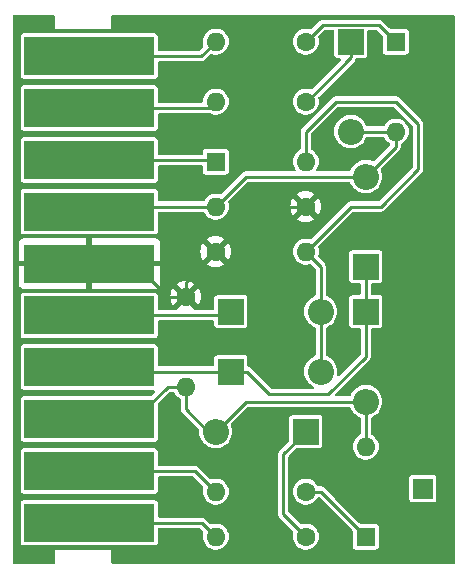
<source format=gbr>
G04 #@! TF.GenerationSoftware,KiCad,Pcbnew,8.0.1*
G04 #@! TF.CreationDate,2024-06-18T21:42:57-04:00*
G04 #@! TF.ProjectId,OdysseyDaughterCardGateMatrix,4f647973-7365-4794-9461-756768746572,1.1*
G04 #@! TF.SameCoordinates,Original*
G04 #@! TF.FileFunction,Copper,L2,Bot*
G04 #@! TF.FilePolarity,Positive*
%FSLAX46Y46*%
G04 Gerber Fmt 4.6, Leading zero omitted, Abs format (unit mm)*
G04 Created by KiCad (PCBNEW 8.0.1) date 2024-06-18 21:42:57*
%MOMM*%
%LPD*%
G01*
G04 APERTURE LIST*
G04 #@! TA.AperFunction,SMDPad,CuDef*
%ADD10R,11.000000X3.250000*%
G04 #@! TD*
G04 #@! TA.AperFunction,ComponentPad*
%ADD11R,2.200000X2.200000*%
G04 #@! TD*
G04 #@! TA.AperFunction,ComponentPad*
%ADD12O,2.200000X2.200000*%
G04 #@! TD*
G04 #@! TA.AperFunction,ComponentPad*
%ADD13R,1.600000X1.600000*%
G04 #@! TD*
G04 #@! TA.AperFunction,ComponentPad*
%ADD14O,1.600000X1.600000*%
G04 #@! TD*
G04 #@! TA.AperFunction,ComponentPad*
%ADD15C,1.600000*%
G04 #@! TD*
G04 #@! TA.AperFunction,ComponentPad*
%ADD16R,1.700000X1.700000*%
G04 #@! TD*
G04 #@! TA.AperFunction,Conductor*
%ADD17C,0.250000*%
G04 #@! TD*
G04 APERTURE END LIST*
D10*
X129000000Y-120749992D03*
X129000000Y-116361104D03*
X129000000Y-111972216D03*
X129000000Y-107583328D03*
X129000000Y-103194440D03*
X129000000Y-98805552D03*
X129000000Y-94416664D03*
X129000000Y-90027776D03*
X129000000Y-85638888D03*
X129000000Y-81250000D03*
D11*
X151130000Y-80010000D03*
D12*
X151130000Y-87630000D03*
D13*
X152400000Y-121920000D03*
D14*
X152400000Y-114300000D03*
D13*
X154940000Y-80010000D03*
D14*
X154940000Y-87630000D03*
D11*
X140970000Y-107950000D03*
D12*
X148590000Y-107950000D03*
D11*
X152400000Y-99060000D03*
D12*
X152400000Y-91440000D03*
D11*
X152400000Y-102870000D03*
D12*
X152400000Y-110490000D03*
D13*
X139700000Y-90170000D03*
D14*
X147320000Y-90170000D03*
D15*
X147320000Y-121920000D03*
D14*
X139700000Y-121920000D03*
D15*
X147320000Y-85090000D03*
D14*
X139700000Y-85090000D03*
D15*
X147320000Y-118110000D03*
D14*
X139700000Y-118110000D03*
D15*
X147320000Y-80010000D03*
D14*
X139700000Y-80010000D03*
D15*
X139700000Y-97790000D03*
D14*
X147320000Y-97790000D03*
D15*
X147320000Y-93980000D03*
D14*
X139700000Y-93980000D03*
D15*
X137160000Y-101600000D03*
D14*
X137160000Y-109220000D03*
D11*
X147320000Y-113030000D03*
D12*
X139700000Y-113030000D03*
D11*
X140970000Y-102870000D03*
D12*
X148590000Y-102870000D03*
D16*
X157226000Y-117856000D03*
D17*
X152400000Y-91440000D02*
X142240000Y-91440000D01*
X142240000Y-91440000D02*
X139700000Y-93980000D01*
X147320000Y-90170000D02*
X147320000Y-87630000D01*
X147320000Y-87630000D02*
X149860000Y-85090000D01*
X149860000Y-85090000D02*
X154940000Y-85090000D01*
X154940000Y-85090000D02*
X156845000Y-86995000D01*
X153670000Y-93980000D02*
X151130000Y-93980000D01*
X156845000Y-86995000D02*
X156845000Y-90805000D01*
X156845000Y-90805000D02*
X153670000Y-93980000D01*
X151130000Y-93980000D02*
X147320000Y-97790000D01*
X145415000Y-114935000D02*
X147320000Y-113030000D01*
X145415000Y-120015000D02*
X145415000Y-114935000D01*
X147320000Y-121920000D02*
X145415000Y-120015000D01*
X129000000Y-111972216D02*
X132875000Y-111972216D01*
X137160000Y-111125000D02*
X139065000Y-113030000D01*
X152400000Y-112045634D02*
X152400000Y-114300000D01*
X137160000Y-109220000D02*
X137160000Y-111125000D01*
X142240000Y-110490000D02*
X150844366Y-110490000D01*
X152400000Y-110490000D02*
X152400000Y-112045634D01*
X139065000Y-113030000D02*
X139700000Y-113030000D01*
X136028630Y-109220000D02*
X137160000Y-109220000D01*
X132875000Y-111972216D02*
X135627216Y-109220000D01*
X150844366Y-110490000D02*
X152400000Y-110490000D01*
X135627216Y-109220000D02*
X136028630Y-109220000D01*
X139700000Y-113030000D02*
X142240000Y-110490000D01*
X139700000Y-93980000D02*
X129436664Y-93980000D01*
X154940000Y-87630000D02*
X154940000Y-88900000D01*
X154940000Y-88900000D02*
X152400000Y-91440000D01*
X154940000Y-87630000D02*
X151130000Y-87630000D01*
X129436664Y-93980000D02*
X129000000Y-94416664D01*
X151130000Y-80010000D02*
X151130000Y-81360000D01*
X151130000Y-81360000D02*
X147400000Y-85090000D01*
X147400000Y-85090000D02*
X147320000Y-85090000D01*
X148590000Y-118110000D02*
X152400000Y-121920000D01*
X147320000Y-118110000D02*
X148590000Y-118110000D01*
X148745001Y-78584999D02*
X153514999Y-78584999D01*
X147320000Y-80010000D02*
X148745001Y-78584999D01*
X153514999Y-78584999D02*
X154940000Y-80010000D01*
X149225000Y-109855000D02*
X152400000Y-106680000D01*
X152400000Y-104220000D02*
X152400000Y-102870000D01*
X142320000Y-107950000D02*
X144225000Y-109855000D01*
X152400000Y-102870000D02*
X152400000Y-99060000D01*
X144225000Y-109855000D02*
X149225000Y-109855000D01*
X140970000Y-107950000D02*
X129366672Y-107950000D01*
X129366672Y-107950000D02*
X129000000Y-107583328D01*
X152400000Y-106680000D02*
X152400000Y-104220000D01*
X140970000Y-107950000D02*
X142320000Y-107950000D01*
X147320000Y-97790000D02*
X148590000Y-99060000D01*
X148590000Y-99060000D02*
X148590000Y-102870000D01*
X148590000Y-102870000D02*
X148590000Y-107950000D01*
X129000000Y-90027776D02*
X139557776Y-90027776D01*
X139557776Y-90027776D02*
X139700000Y-90170000D01*
X140645560Y-103194440D02*
X140970000Y-102870000D01*
X129000000Y-103194440D02*
X140645560Y-103194440D01*
X138529992Y-120749992D02*
X139700000Y-121920000D01*
X129000000Y-120749992D02*
X138529992Y-120749992D01*
X129000000Y-85638888D02*
X139151112Y-85638888D01*
X139151112Y-85638888D02*
X139700000Y-85090000D01*
X137951104Y-116361104D02*
X139700000Y-118110000D01*
X129000000Y-116361104D02*
X137951104Y-116361104D01*
X129000000Y-81250000D02*
X138460000Y-81250000D01*
X138460000Y-81250000D02*
X139700000Y-80010000D01*
X143510000Y-93980000D02*
X147320000Y-93980000D01*
X137160000Y-100330000D02*
X139700000Y-97790000D01*
X139700000Y-97790000D02*
X143510000Y-93980000D01*
X137160000Y-101600000D02*
X137160000Y-100330000D01*
X136028630Y-101600000D02*
X137160000Y-101600000D01*
X135669448Y-101600000D02*
X136028630Y-101600000D01*
X132875000Y-98805552D02*
X135669448Y-101600000D01*
X129000000Y-98805552D02*
X132875000Y-98805552D01*
G04 #@! TA.AperFunction,Conductor*
G36*
X126042539Y-77795185D02*
G01*
X126088294Y-77847989D01*
X126099500Y-77899500D01*
X126099500Y-78884982D01*
X126099500Y-78915018D01*
X126110994Y-78942767D01*
X126132233Y-78964006D01*
X126159982Y-78975500D01*
X126159984Y-78975500D01*
X130790016Y-78975500D01*
X130790018Y-78975500D01*
X130817767Y-78964006D01*
X130839006Y-78942767D01*
X130850500Y-78915018D01*
X130850500Y-77899500D01*
X130870185Y-77832461D01*
X130922989Y-77786706D01*
X130974500Y-77775500D01*
X159820500Y-77775500D01*
X159887539Y-77795185D01*
X159933294Y-77847989D01*
X159944500Y-77899500D01*
X159944500Y-124100500D01*
X159924815Y-124167539D01*
X159872011Y-124213294D01*
X159820500Y-124224500D01*
X130974500Y-124224500D01*
X130907461Y-124204815D01*
X130861706Y-124152011D01*
X130850500Y-124100500D01*
X130850500Y-123084983D01*
X130850500Y-123084982D01*
X130839006Y-123057233D01*
X130817767Y-123035994D01*
X130790018Y-123024500D01*
X126190018Y-123024500D01*
X126159982Y-123024500D01*
X126132231Y-123035995D01*
X126110995Y-123057231D01*
X126099500Y-123084982D01*
X126099500Y-124100500D01*
X126079815Y-124167539D01*
X126027011Y-124213294D01*
X125975500Y-124224500D01*
X122624500Y-124224500D01*
X122557461Y-124204815D01*
X122511706Y-124152011D01*
X122500500Y-124100500D01*
X122500500Y-122419848D01*
X123199500Y-122419848D01*
X123199502Y-122419874D01*
X123202413Y-122444979D01*
X123202415Y-122444983D01*
X123247793Y-122547756D01*
X123247794Y-122547757D01*
X123327235Y-122627198D01*
X123430009Y-122672577D01*
X123455135Y-122675492D01*
X134544864Y-122675491D01*
X134544879Y-122675489D01*
X134544882Y-122675489D01*
X134569987Y-122672578D01*
X134569988Y-122672577D01*
X134569991Y-122672577D01*
X134672765Y-122627198D01*
X134752206Y-122547757D01*
X134797585Y-122444983D01*
X134800500Y-122419857D01*
X134800500Y-121299492D01*
X134820185Y-121232453D01*
X134872989Y-121186698D01*
X134924500Y-121175492D01*
X138302382Y-121175492D01*
X138369421Y-121195177D01*
X138390063Y-121211811D01*
X138624443Y-121446191D01*
X138657928Y-121507514D01*
X138656029Y-121567806D01*
X138613602Y-121716921D01*
X138594785Y-121919999D01*
X138594785Y-121920000D01*
X138613602Y-122123082D01*
X138669417Y-122319247D01*
X138669422Y-122319260D01*
X138760327Y-122501821D01*
X138883237Y-122664581D01*
X139033958Y-122801980D01*
X139033960Y-122801982D01*
X139133141Y-122863392D01*
X139207363Y-122909348D01*
X139397544Y-122983024D01*
X139598024Y-123020500D01*
X139598026Y-123020500D01*
X139801974Y-123020500D01*
X139801976Y-123020500D01*
X140002456Y-122983024D01*
X140192637Y-122909348D01*
X140366041Y-122801981D01*
X140516764Y-122664579D01*
X140639673Y-122501821D01*
X140730582Y-122319250D01*
X140786397Y-122123083D01*
X140805215Y-121920000D01*
X140786397Y-121716917D01*
X140730582Y-121520750D01*
X140723991Y-121507514D01*
X140681036Y-121421248D01*
X140639673Y-121338179D01*
X140559833Y-121232453D01*
X140516762Y-121175418D01*
X140366041Y-121038019D01*
X140366039Y-121038017D01*
X140192642Y-120930655D01*
X140192635Y-120930651D01*
X140056715Y-120877996D01*
X140002456Y-120856976D01*
X139801976Y-120819500D01*
X139598024Y-120819500D01*
X139497784Y-120838238D01*
X139397542Y-120856976D01*
X139397540Y-120856977D01*
X139358409Y-120872136D01*
X139288786Y-120877996D01*
X139227046Y-120845285D01*
X139225937Y-120844189D01*
X138791257Y-120409509D01*
X138791255Y-120409507D01*
X138694229Y-120353489D01*
X138586010Y-120324492D01*
X138586009Y-120324492D01*
X134924499Y-120324492D01*
X134857460Y-120304807D01*
X134811705Y-120252003D01*
X134800499Y-120200492D01*
X134800499Y-120071018D01*
X144989500Y-120071018D01*
X145018497Y-120179237D01*
X145074515Y-120276263D01*
X145074517Y-120276265D01*
X146244443Y-121446191D01*
X146277928Y-121507514D01*
X146276029Y-121567806D01*
X146233602Y-121716921D01*
X146214785Y-121919999D01*
X146214785Y-121920000D01*
X146233602Y-122123082D01*
X146289417Y-122319247D01*
X146289422Y-122319260D01*
X146380327Y-122501821D01*
X146503237Y-122664581D01*
X146653958Y-122801980D01*
X146653960Y-122801982D01*
X146753141Y-122863392D01*
X146827363Y-122909348D01*
X147017544Y-122983024D01*
X147218024Y-123020500D01*
X147218026Y-123020500D01*
X147421974Y-123020500D01*
X147421976Y-123020500D01*
X147622456Y-122983024D01*
X147812637Y-122909348D01*
X147986041Y-122801981D01*
X148136764Y-122664579D01*
X148259673Y-122501821D01*
X148350582Y-122319250D01*
X148406397Y-122123083D01*
X148425215Y-121920000D01*
X148406397Y-121716917D01*
X148350582Y-121520750D01*
X148343991Y-121507514D01*
X148301036Y-121421248D01*
X148259673Y-121338179D01*
X148179833Y-121232453D01*
X148136762Y-121175418D01*
X147986041Y-121038019D01*
X147986039Y-121038017D01*
X147812642Y-120930655D01*
X147812635Y-120930651D01*
X147676715Y-120877996D01*
X147622456Y-120856976D01*
X147421976Y-120819500D01*
X147218024Y-120819500D01*
X147117784Y-120838238D01*
X147017542Y-120856976D01*
X147017540Y-120856977D01*
X146978409Y-120872136D01*
X146908786Y-120877996D01*
X146847046Y-120845285D01*
X146845937Y-120844189D01*
X145876819Y-119875071D01*
X145843334Y-119813748D01*
X145840500Y-119787390D01*
X145840500Y-118110000D01*
X146214785Y-118110000D01*
X146233602Y-118313082D01*
X146289417Y-118509247D01*
X146289422Y-118509260D01*
X146380327Y-118691821D01*
X146503237Y-118854581D01*
X146653958Y-118991980D01*
X146653960Y-118991982D01*
X146677403Y-119006497D01*
X146827363Y-119099348D01*
X147017544Y-119173024D01*
X147218024Y-119210500D01*
X147218026Y-119210500D01*
X147421974Y-119210500D01*
X147421976Y-119210500D01*
X147622456Y-119173024D01*
X147812637Y-119099348D01*
X147986041Y-118991981D01*
X148136764Y-118854579D01*
X148259673Y-118691821D01*
X148286036Y-118638875D01*
X148333537Y-118587639D01*
X148401199Y-118570216D01*
X148467540Y-118592140D01*
X148484717Y-118606465D01*
X151263181Y-121384929D01*
X151296666Y-121446252D01*
X151299500Y-121472610D01*
X151299500Y-122764856D01*
X151299502Y-122764882D01*
X151302413Y-122789987D01*
X151302415Y-122789991D01*
X151347793Y-122892764D01*
X151347794Y-122892765D01*
X151427235Y-122972206D01*
X151530009Y-123017585D01*
X151555135Y-123020500D01*
X153244864Y-123020499D01*
X153244879Y-123020497D01*
X153244882Y-123020497D01*
X153269987Y-123017586D01*
X153269988Y-123017585D01*
X153269991Y-123017585D01*
X153372765Y-122972206D01*
X153452206Y-122892765D01*
X153497585Y-122789991D01*
X153500500Y-122764865D01*
X153500499Y-121075136D01*
X153500497Y-121075117D01*
X153497586Y-121050012D01*
X153497585Y-121050010D01*
X153497585Y-121050009D01*
X153452206Y-120947235D01*
X153372765Y-120867794D01*
X153348267Y-120856977D01*
X153269992Y-120822415D01*
X153244868Y-120819500D01*
X153244865Y-120819500D01*
X151952610Y-120819500D01*
X151885571Y-120799815D01*
X151864929Y-120783181D01*
X149832604Y-118750856D01*
X156075500Y-118750856D01*
X156075502Y-118750882D01*
X156078413Y-118775987D01*
X156078415Y-118775991D01*
X156123793Y-118878764D01*
X156123794Y-118878765D01*
X156203235Y-118958206D01*
X156306009Y-119003585D01*
X156331135Y-119006500D01*
X158120864Y-119006499D01*
X158120879Y-119006497D01*
X158120882Y-119006497D01*
X158145987Y-119003586D01*
X158145988Y-119003585D01*
X158145991Y-119003585D01*
X158248765Y-118958206D01*
X158328206Y-118878765D01*
X158373585Y-118775991D01*
X158376500Y-118750865D01*
X158376499Y-116961136D01*
X158376497Y-116961117D01*
X158373586Y-116936012D01*
X158373585Y-116936010D01*
X158373585Y-116936009D01*
X158328206Y-116833235D01*
X158248765Y-116753794D01*
X158248763Y-116753793D01*
X158145992Y-116708415D01*
X158120865Y-116705500D01*
X156331143Y-116705500D01*
X156331117Y-116705502D01*
X156306012Y-116708413D01*
X156306008Y-116708415D01*
X156203235Y-116753793D01*
X156123794Y-116833234D01*
X156078415Y-116936006D01*
X156078415Y-116936008D01*
X156075500Y-116961131D01*
X156075500Y-118750856D01*
X149832604Y-118750856D01*
X148851265Y-117769517D01*
X148851263Y-117769515D01*
X148754237Y-117713497D01*
X148646018Y-117684500D01*
X148646017Y-117684500D01*
X148414288Y-117684500D01*
X148347249Y-117664815D01*
X148303289Y-117615774D01*
X148259673Y-117528179D01*
X148136764Y-117365421D01*
X148136762Y-117365418D01*
X147986041Y-117228019D01*
X147986039Y-117228017D01*
X147812642Y-117120655D01*
X147812635Y-117120651D01*
X147676715Y-117067996D01*
X147622456Y-117046976D01*
X147421976Y-117009500D01*
X147218024Y-117009500D01*
X147017544Y-117046976D01*
X147017541Y-117046976D01*
X147017541Y-117046977D01*
X146827364Y-117120651D01*
X146827357Y-117120655D01*
X146653960Y-117228017D01*
X146653958Y-117228019D01*
X146503237Y-117365418D01*
X146380327Y-117528178D01*
X146289422Y-117710739D01*
X146289417Y-117710752D01*
X146233602Y-117906917D01*
X146214785Y-118109999D01*
X146214785Y-118110000D01*
X145840500Y-118110000D01*
X145840500Y-115162609D01*
X145860185Y-115095570D01*
X145876815Y-115074932D01*
X146484929Y-114466817D01*
X146546252Y-114433333D01*
X146572610Y-114430499D01*
X148464856Y-114430499D01*
X148464864Y-114430499D01*
X148464879Y-114430497D01*
X148464882Y-114430497D01*
X148489987Y-114427586D01*
X148489988Y-114427585D01*
X148489991Y-114427585D01*
X148592765Y-114382206D01*
X148672206Y-114302765D01*
X148717585Y-114199991D01*
X148720500Y-114174865D01*
X148720499Y-111885136D01*
X148720497Y-111885117D01*
X148717586Y-111860012D01*
X148717585Y-111860010D01*
X148717585Y-111860009D01*
X148672206Y-111757235D01*
X148592765Y-111677794D01*
X148569909Y-111667702D01*
X148489992Y-111632415D01*
X148464865Y-111629500D01*
X146175143Y-111629500D01*
X146175117Y-111629502D01*
X146150012Y-111632413D01*
X146150008Y-111632415D01*
X146047235Y-111677793D01*
X145967794Y-111757234D01*
X145922415Y-111860006D01*
X145922415Y-111860008D01*
X145919500Y-111885131D01*
X145919500Y-113777389D01*
X145899815Y-113844428D01*
X145883181Y-113865070D01*
X145153737Y-114594515D01*
X145074517Y-114673734D01*
X145074513Y-114673740D01*
X145018498Y-114770760D01*
X145018497Y-114770763D01*
X144989500Y-114878982D01*
X144989500Y-119958982D01*
X144989500Y-120071018D01*
X134800499Y-120071018D01*
X134800499Y-119080135D01*
X134800499Y-119080128D01*
X134800497Y-119080109D01*
X134797586Y-119055004D01*
X134797585Y-119055002D01*
X134797585Y-119055001D01*
X134752206Y-118952227D01*
X134672765Y-118872786D01*
X134672763Y-118872785D01*
X134569992Y-118827407D01*
X134544865Y-118824492D01*
X123455143Y-118824492D01*
X123455117Y-118824494D01*
X123430012Y-118827405D01*
X123430008Y-118827407D01*
X123327235Y-118872785D01*
X123247794Y-118952226D01*
X123202415Y-119054998D01*
X123202415Y-119055000D01*
X123199500Y-119080123D01*
X123199500Y-122419848D01*
X122500500Y-122419848D01*
X122500500Y-118030960D01*
X123199500Y-118030960D01*
X123199502Y-118030986D01*
X123202413Y-118056091D01*
X123202415Y-118056095D01*
X123247793Y-118158868D01*
X123247794Y-118158869D01*
X123327235Y-118238310D01*
X123430009Y-118283689D01*
X123455135Y-118286604D01*
X134544864Y-118286603D01*
X134544879Y-118286601D01*
X134544882Y-118286601D01*
X134569987Y-118283690D01*
X134569988Y-118283689D01*
X134569991Y-118283689D01*
X134672765Y-118238310D01*
X134752206Y-118158869D01*
X134797585Y-118056095D01*
X134800500Y-118030969D01*
X134800500Y-116910604D01*
X134820185Y-116843565D01*
X134872989Y-116797810D01*
X134924500Y-116786604D01*
X137723494Y-116786604D01*
X137790533Y-116806289D01*
X137811175Y-116822923D01*
X138624443Y-117636191D01*
X138657928Y-117697514D01*
X138656029Y-117757806D01*
X138613602Y-117906921D01*
X138594785Y-118109999D01*
X138594785Y-118110000D01*
X138613602Y-118313082D01*
X138669417Y-118509247D01*
X138669422Y-118509260D01*
X138760327Y-118691821D01*
X138883237Y-118854581D01*
X139033958Y-118991980D01*
X139033960Y-118991982D01*
X139057403Y-119006497D01*
X139207363Y-119099348D01*
X139397544Y-119173024D01*
X139598024Y-119210500D01*
X139598026Y-119210500D01*
X139801974Y-119210500D01*
X139801976Y-119210500D01*
X140002456Y-119173024D01*
X140192637Y-119099348D01*
X140366041Y-118991981D01*
X140516764Y-118854579D01*
X140639673Y-118691821D01*
X140730582Y-118509250D01*
X140786397Y-118313083D01*
X140805215Y-118110000D01*
X140786397Y-117906917D01*
X140730582Y-117710750D01*
X140723991Y-117697514D01*
X140683288Y-117615771D01*
X140639673Y-117528179D01*
X140516764Y-117365421D01*
X140516762Y-117365418D01*
X140366041Y-117228019D01*
X140366039Y-117228017D01*
X140192642Y-117120655D01*
X140192635Y-117120651D01*
X140056715Y-117067996D01*
X140002456Y-117046976D01*
X139801976Y-117009500D01*
X139598024Y-117009500D01*
X139497784Y-117028238D01*
X139397542Y-117046976D01*
X139397540Y-117046977D01*
X139358409Y-117062136D01*
X139288786Y-117067996D01*
X139227046Y-117035285D01*
X139225937Y-117034189D01*
X138212369Y-116020621D01*
X138212367Y-116020619D01*
X138115341Y-115964601D01*
X138007122Y-115935604D01*
X138007121Y-115935604D01*
X134924499Y-115935604D01*
X134857460Y-115915919D01*
X134811705Y-115863115D01*
X134800499Y-115811604D01*
X134800499Y-114691247D01*
X134800499Y-114691240D01*
X134798470Y-114673740D01*
X134797586Y-114666116D01*
X134797585Y-114666114D01*
X134797585Y-114666113D01*
X134752206Y-114563339D01*
X134672765Y-114483898D01*
X134672763Y-114483897D01*
X134569992Y-114438519D01*
X134544865Y-114435604D01*
X123455143Y-114435604D01*
X123455117Y-114435606D01*
X123430012Y-114438517D01*
X123430008Y-114438519D01*
X123327235Y-114483897D01*
X123247794Y-114563338D01*
X123202415Y-114666110D01*
X123202415Y-114666112D01*
X123199500Y-114691235D01*
X123199500Y-118030960D01*
X122500500Y-118030960D01*
X122500500Y-113642072D01*
X123199500Y-113642072D01*
X123199502Y-113642098D01*
X123202413Y-113667203D01*
X123202415Y-113667207D01*
X123247793Y-113769980D01*
X123247794Y-113769981D01*
X123327235Y-113849422D01*
X123430009Y-113894801D01*
X123455135Y-113897716D01*
X134544864Y-113897715D01*
X134544879Y-113897713D01*
X134544882Y-113897713D01*
X134569987Y-113894802D01*
X134569988Y-113894801D01*
X134569991Y-113894801D01*
X134672765Y-113849422D01*
X134752206Y-113769981D01*
X134797585Y-113667207D01*
X134800500Y-113642081D01*
X134800499Y-110699825D01*
X134820184Y-110632787D01*
X134836818Y-110612145D01*
X135767145Y-109681819D01*
X135828468Y-109648334D01*
X135854826Y-109645500D01*
X135972612Y-109645500D01*
X136065712Y-109645500D01*
X136132751Y-109665185D01*
X136176710Y-109714225D01*
X136220327Y-109801821D01*
X136258839Y-109852819D01*
X136343237Y-109964581D01*
X136452829Y-110064486D01*
X136484652Y-110093497D01*
X136493958Y-110101980D01*
X136493960Y-110101982D01*
X136672237Y-110212366D01*
X136671375Y-110213756D01*
X136716998Y-110256041D01*
X136734500Y-110319555D01*
X136734500Y-111068982D01*
X136734500Y-111181018D01*
X136763497Y-111289237D01*
X136819515Y-111386263D01*
X136819517Y-111386265D01*
X138266955Y-112833703D01*
X138300440Y-112895026D01*
X138302851Y-112931622D01*
X138294700Y-113030004D01*
X138294700Y-113030006D01*
X138313864Y-113261297D01*
X138313866Y-113261308D01*
X138370842Y-113486300D01*
X138464075Y-113698848D01*
X138591016Y-113893147D01*
X138591019Y-113893151D01*
X138591021Y-113893153D01*
X138748216Y-114063913D01*
X138748219Y-114063915D01*
X138748222Y-114063918D01*
X138931365Y-114206464D01*
X138931371Y-114206468D01*
X138931374Y-114206470D01*
X139135497Y-114316936D01*
X139249487Y-114356068D01*
X139355015Y-114392297D01*
X139355017Y-114392297D01*
X139355019Y-114392298D01*
X139583951Y-114430500D01*
X139583952Y-114430500D01*
X139816048Y-114430500D01*
X139816049Y-114430500D01*
X140044981Y-114392298D01*
X140264503Y-114316936D01*
X140468626Y-114206470D01*
X140476951Y-114199991D01*
X140609380Y-114096917D01*
X140651784Y-114063913D01*
X140808979Y-113893153D01*
X140935924Y-113698849D01*
X141029157Y-113486300D01*
X141086134Y-113261305D01*
X141105300Y-113030000D01*
X141105300Y-113029993D01*
X141086135Y-112798702D01*
X141086133Y-112798691D01*
X141029157Y-112573699D01*
X140980527Y-112462835D01*
X140971624Y-112393535D01*
X141001601Y-112330423D01*
X141006384Y-112325363D01*
X142379929Y-110951819D01*
X142441252Y-110918334D01*
X142467610Y-110915500D01*
X150788348Y-110915500D01*
X150976320Y-110915500D01*
X151043359Y-110935185D01*
X151089114Y-110987989D01*
X151089876Y-110989690D01*
X151164075Y-111158848D01*
X151291016Y-111353147D01*
X151291019Y-111353151D01*
X151291021Y-111353153D01*
X151448216Y-111523913D01*
X151448219Y-111523915D01*
X151448222Y-111523918D01*
X151631365Y-111666464D01*
X151631371Y-111666468D01*
X151631374Y-111666470D01*
X151835497Y-111776936D01*
X151890763Y-111795908D01*
X151947777Y-111836292D01*
X151973908Y-111901091D01*
X151974500Y-111913189D01*
X151974500Y-113200444D01*
X151954815Y-113267483D01*
X151911447Y-113306359D01*
X151912237Y-113307634D01*
X151733960Y-113418017D01*
X151733958Y-113418019D01*
X151583237Y-113555418D01*
X151460327Y-113718178D01*
X151369422Y-113900739D01*
X151369417Y-113900752D01*
X151313602Y-114096917D01*
X151294785Y-114299999D01*
X151294785Y-114300000D01*
X151313602Y-114503082D01*
X151369417Y-114699247D01*
X151369422Y-114699260D01*
X151460327Y-114881821D01*
X151583237Y-115044581D01*
X151733958Y-115181980D01*
X151733960Y-115181982D01*
X151833141Y-115243392D01*
X151907363Y-115289348D01*
X152097544Y-115363024D01*
X152298024Y-115400500D01*
X152298026Y-115400500D01*
X152501974Y-115400500D01*
X152501976Y-115400500D01*
X152702456Y-115363024D01*
X152892637Y-115289348D01*
X153066041Y-115181981D01*
X153216764Y-115044579D01*
X153339673Y-114881821D01*
X153430582Y-114699250D01*
X153486397Y-114503083D01*
X153505215Y-114300000D01*
X153486397Y-114096917D01*
X153430582Y-113900750D01*
X153429071Y-113897716D01*
X153365467Y-113769981D01*
X153339673Y-113718179D01*
X153216764Y-113555421D01*
X153216762Y-113555418D01*
X153066041Y-113418019D01*
X153066039Y-113418017D01*
X152887763Y-113307634D01*
X152888620Y-113306248D01*
X152842987Y-113263934D01*
X152825500Y-113200444D01*
X152825500Y-111913189D01*
X152845185Y-111846150D01*
X152897989Y-111800395D01*
X152909223Y-111795913D01*
X152964503Y-111776936D01*
X153168626Y-111666470D01*
X153351784Y-111523913D01*
X153508979Y-111353153D01*
X153635924Y-111158849D01*
X153729157Y-110946300D01*
X153786134Y-110721305D01*
X153805300Y-110490000D01*
X153805300Y-110489993D01*
X153786135Y-110258702D01*
X153786133Y-110258691D01*
X153729157Y-110033699D01*
X153635924Y-109821151D01*
X153508983Y-109626852D01*
X153508980Y-109626849D01*
X153508979Y-109626847D01*
X153351784Y-109456087D01*
X153351779Y-109456083D01*
X153351777Y-109456081D01*
X153168634Y-109313535D01*
X153168628Y-109313531D01*
X152964504Y-109203064D01*
X152964495Y-109203061D01*
X152744984Y-109127702D01*
X152573282Y-109099050D01*
X152516049Y-109089500D01*
X152283951Y-109089500D01*
X152238164Y-109097140D01*
X152055015Y-109127702D01*
X151835504Y-109203061D01*
X151835495Y-109203064D01*
X151631371Y-109313531D01*
X151631365Y-109313535D01*
X151448222Y-109456081D01*
X151448219Y-109456084D01*
X151291016Y-109626852D01*
X151164075Y-109821151D01*
X151123286Y-109914142D01*
X151092717Y-109983834D01*
X151089876Y-109990310D01*
X151044920Y-110043796D01*
X150978184Y-110064486D01*
X150976320Y-110064500D01*
X149916610Y-110064500D01*
X149849571Y-110044815D01*
X149803816Y-109992011D01*
X149793872Y-109922853D01*
X149822897Y-109859297D01*
X149828929Y-109852819D01*
X151275448Y-108406300D01*
X152740485Y-106941263D01*
X152796503Y-106844237D01*
X152825500Y-106736018D01*
X152825500Y-106623982D01*
X152825500Y-104394499D01*
X152845185Y-104327460D01*
X152897989Y-104281705D01*
X152949500Y-104270499D01*
X153544856Y-104270499D01*
X153544864Y-104270499D01*
X153544879Y-104270497D01*
X153544882Y-104270497D01*
X153569987Y-104267586D01*
X153569988Y-104267585D01*
X153569991Y-104267585D01*
X153672765Y-104222206D01*
X153752206Y-104142765D01*
X153797585Y-104039991D01*
X153800500Y-104014865D01*
X153800499Y-101725136D01*
X153800497Y-101725117D01*
X153797586Y-101700012D01*
X153797585Y-101700010D01*
X153797585Y-101700009D01*
X153752206Y-101597235D01*
X153672765Y-101517794D01*
X153663828Y-101513848D01*
X153569992Y-101472415D01*
X153544868Y-101469500D01*
X153544865Y-101469500D01*
X152949500Y-101469500D01*
X152882461Y-101449815D01*
X152836706Y-101397011D01*
X152825500Y-101345500D01*
X152825500Y-100584499D01*
X152845185Y-100517460D01*
X152897989Y-100471705D01*
X152949500Y-100460499D01*
X153544856Y-100460499D01*
X153544864Y-100460499D01*
X153544879Y-100460497D01*
X153544882Y-100460497D01*
X153569987Y-100457586D01*
X153569988Y-100457585D01*
X153569991Y-100457585D01*
X153672765Y-100412206D01*
X153752206Y-100332765D01*
X153797585Y-100229991D01*
X153800500Y-100204865D01*
X153800499Y-97915136D01*
X153800497Y-97915117D01*
X153797586Y-97890012D01*
X153797585Y-97890010D01*
X153797585Y-97890009D01*
X153752206Y-97787235D01*
X153672765Y-97707794D01*
X153672763Y-97707793D01*
X153569992Y-97662415D01*
X153544865Y-97659500D01*
X151255143Y-97659500D01*
X151255117Y-97659502D01*
X151230012Y-97662413D01*
X151230008Y-97662415D01*
X151127235Y-97707793D01*
X151047794Y-97787234D01*
X151002415Y-97890006D01*
X151002415Y-97890008D01*
X150999500Y-97915131D01*
X150999500Y-100204856D01*
X150999502Y-100204882D01*
X151002413Y-100229987D01*
X151002415Y-100229991D01*
X151047793Y-100332764D01*
X151047794Y-100332765D01*
X151127235Y-100412206D01*
X151230009Y-100457585D01*
X151255135Y-100460500D01*
X151850500Y-100460499D01*
X151917539Y-100480183D01*
X151963294Y-100532987D01*
X151974500Y-100584499D01*
X151974500Y-101345500D01*
X151954815Y-101412539D01*
X151902011Y-101458294D01*
X151850500Y-101469500D01*
X151255143Y-101469500D01*
X151255117Y-101469502D01*
X151230012Y-101472413D01*
X151230008Y-101472415D01*
X151127235Y-101517793D01*
X151047794Y-101597234D01*
X151002415Y-101700006D01*
X151002415Y-101700008D01*
X150999500Y-101725131D01*
X150999500Y-104014856D01*
X150999502Y-104014882D01*
X151002413Y-104039987D01*
X151002415Y-104039991D01*
X151047793Y-104142764D01*
X151047794Y-104142765D01*
X151127235Y-104222206D01*
X151230009Y-104267585D01*
X151255135Y-104270500D01*
X151850500Y-104270499D01*
X151917539Y-104290183D01*
X151963294Y-104342987D01*
X151974500Y-104394499D01*
X151974500Y-106452389D01*
X151954815Y-106519428D01*
X151938181Y-106540070D01*
X150185577Y-108292674D01*
X150124254Y-108326159D01*
X150054562Y-108321175D01*
X149998629Y-108279303D01*
X149974212Y-108213839D01*
X149975587Y-108184586D01*
X149976134Y-108181304D01*
X149995300Y-107950006D01*
X149995300Y-107949993D01*
X149976135Y-107718702D01*
X149976133Y-107718691D01*
X149919157Y-107493699D01*
X149825924Y-107281151D01*
X149698983Y-107086852D01*
X149698980Y-107086849D01*
X149698979Y-107086847D01*
X149541784Y-106916087D01*
X149541779Y-106916083D01*
X149541777Y-106916081D01*
X149358634Y-106773535D01*
X149358628Y-106773531D01*
X149154504Y-106663064D01*
X149154498Y-106663062D01*
X149099236Y-106644090D01*
X149042221Y-106603703D01*
X149016091Y-106538904D01*
X149015500Y-106526809D01*
X149015500Y-104293189D01*
X149035185Y-104226150D01*
X149087989Y-104180395D01*
X149099223Y-104175913D01*
X149154503Y-104156936D01*
X149358626Y-104046470D01*
X149366951Y-104039991D01*
X149420129Y-103998600D01*
X149541784Y-103903913D01*
X149698979Y-103733153D01*
X149825924Y-103538849D01*
X149919157Y-103326300D01*
X149976134Y-103101305D01*
X149995300Y-102870000D01*
X149995300Y-102869993D01*
X149976135Y-102638702D01*
X149976133Y-102638691D01*
X149919157Y-102413699D01*
X149825924Y-102201151D01*
X149698983Y-102006852D01*
X149698980Y-102006849D01*
X149698979Y-102006847D01*
X149541784Y-101836087D01*
X149541779Y-101836083D01*
X149541777Y-101836081D01*
X149358634Y-101693535D01*
X149358628Y-101693531D01*
X149154504Y-101583064D01*
X149154498Y-101583062D01*
X149099236Y-101564090D01*
X149042221Y-101523703D01*
X149016091Y-101458904D01*
X149015500Y-101446809D01*
X149015500Y-99003984D01*
X149015500Y-99003982D01*
X148986503Y-98895763D01*
X148930485Y-98798737D01*
X148851263Y-98719515D01*
X148851262Y-98719514D01*
X148846932Y-98715184D01*
X148846921Y-98715174D01*
X148395555Y-98263808D01*
X148362070Y-98202485D01*
X148363969Y-98142197D01*
X148406397Y-97993083D01*
X148425215Y-97790000D01*
X148406397Y-97586917D01*
X148363970Y-97437803D01*
X148364556Y-97367940D01*
X148395553Y-97316193D01*
X151269929Y-94441819D01*
X151331252Y-94408334D01*
X151357610Y-94405500D01*
X153726016Y-94405500D01*
X153726018Y-94405500D01*
X153834237Y-94376503D01*
X153931263Y-94320485D01*
X157185485Y-91066263D01*
X157241503Y-90969237D01*
X157270500Y-90861018D01*
X157270500Y-90748982D01*
X157270500Y-86938982D01*
X157241503Y-86830763D01*
X157185485Y-86733737D01*
X157106263Y-86654515D01*
X155201263Y-84749515D01*
X155104237Y-84693497D01*
X154996018Y-84664500D01*
X149916018Y-84664500D01*
X149803981Y-84664500D01*
X149706017Y-84690748D01*
X149706018Y-84690749D01*
X149695764Y-84693496D01*
X149695760Y-84693498D01*
X149598740Y-84749513D01*
X149598734Y-84749517D01*
X146979517Y-87368734D01*
X146979513Y-87368740D01*
X146923498Y-87465760D01*
X146923497Y-87465763D01*
X146894500Y-87573982D01*
X146894500Y-89070444D01*
X146874815Y-89137483D01*
X146831447Y-89176359D01*
X146832237Y-89177634D01*
X146653960Y-89288017D01*
X146653958Y-89288019D01*
X146503237Y-89425418D01*
X146380327Y-89588178D01*
X146289422Y-89770739D01*
X146289417Y-89770752D01*
X146233602Y-89966917D01*
X146214785Y-90169999D01*
X146214785Y-90170000D01*
X146233602Y-90373082D01*
X146289417Y-90569247D01*
X146289422Y-90569260D01*
X146380327Y-90751821D01*
X146428621Y-90815773D01*
X146453313Y-90881135D01*
X146438748Y-90949469D01*
X146389550Y-90999082D01*
X146329667Y-91014500D01*
X142183981Y-91014500D01*
X142099498Y-91037137D01*
X142099497Y-91037136D01*
X142075765Y-91043496D01*
X142075760Y-91043498D01*
X141978740Y-91099513D01*
X141978734Y-91099517D01*
X140174061Y-92904189D01*
X140112738Y-92937674D01*
X140043046Y-92932690D01*
X140041587Y-92932135D01*
X140002460Y-92916977D01*
X140002457Y-92916976D01*
X139916847Y-92900973D01*
X139801976Y-92879500D01*
X139598024Y-92879500D01*
X139397544Y-92916976D01*
X139397541Y-92916976D01*
X139397541Y-92916977D01*
X139207364Y-92990651D01*
X139207357Y-92990655D01*
X139033960Y-93098017D01*
X139033958Y-93098019D01*
X138883237Y-93235418D01*
X138813685Y-93327521D01*
X138760327Y-93398179D01*
X138716710Y-93485774D01*
X138669210Y-93537008D01*
X138605712Y-93554500D01*
X134924499Y-93554500D01*
X134857460Y-93534815D01*
X134811705Y-93482011D01*
X134800499Y-93430500D01*
X134800499Y-92746807D01*
X134800499Y-92746800D01*
X134798196Y-92726938D01*
X134797586Y-92721676D01*
X134797585Y-92721674D01*
X134797585Y-92721673D01*
X134752206Y-92618899D01*
X134672765Y-92539458D01*
X134672763Y-92539457D01*
X134569992Y-92494079D01*
X134544865Y-92491164D01*
X123455143Y-92491164D01*
X123455117Y-92491166D01*
X123430012Y-92494077D01*
X123430008Y-92494079D01*
X123327235Y-92539457D01*
X123247794Y-92618898D01*
X123202415Y-92721670D01*
X123202415Y-92721672D01*
X123199500Y-92746795D01*
X123199500Y-96086520D01*
X123199502Y-96086546D01*
X123202413Y-96111651D01*
X123202415Y-96111655D01*
X123247793Y-96214428D01*
X123247794Y-96214429D01*
X123327235Y-96293870D01*
X123430009Y-96339249D01*
X123455135Y-96342164D01*
X134544864Y-96342163D01*
X134544879Y-96342161D01*
X134544882Y-96342161D01*
X134569987Y-96339250D01*
X134569988Y-96339249D01*
X134569991Y-96339249D01*
X134672765Y-96293870D01*
X134752206Y-96214429D01*
X134797585Y-96111655D01*
X134800500Y-96086529D01*
X134800499Y-94529499D01*
X134820184Y-94462461D01*
X134872987Y-94416706D01*
X134924499Y-94405500D01*
X138605712Y-94405500D01*
X138672751Y-94425185D01*
X138716710Y-94474225D01*
X138760327Y-94561821D01*
X138760329Y-94561823D01*
X138883237Y-94724581D01*
X139033958Y-94861980D01*
X139033960Y-94861982D01*
X139133141Y-94923392D01*
X139207363Y-94969348D01*
X139397544Y-95043024D01*
X139598024Y-95080500D01*
X139598026Y-95080500D01*
X139801974Y-95080500D01*
X139801976Y-95080500D01*
X140002456Y-95043024D01*
X140192637Y-94969348D01*
X140366041Y-94861981D01*
X140516764Y-94724579D01*
X140639673Y-94561821D01*
X140730582Y-94379250D01*
X140786397Y-94183083D01*
X140805215Y-93980002D01*
X146015034Y-93980002D01*
X146034858Y-94206599D01*
X146034860Y-94206610D01*
X146093730Y-94426317D01*
X146093735Y-94426331D01*
X146189863Y-94632478D01*
X146240974Y-94705472D01*
X146920000Y-94026446D01*
X146920000Y-94032661D01*
X146947259Y-94134394D01*
X146999920Y-94225606D01*
X147074394Y-94300080D01*
X147165606Y-94352741D01*
X147267339Y-94380000D01*
X147273553Y-94380000D01*
X146594526Y-95059025D01*
X146667513Y-95110132D01*
X146667521Y-95110136D01*
X146873668Y-95206264D01*
X146873682Y-95206269D01*
X147093389Y-95265139D01*
X147093400Y-95265141D01*
X147319998Y-95284966D01*
X147320002Y-95284966D01*
X147546599Y-95265141D01*
X147546610Y-95265139D01*
X147766317Y-95206269D01*
X147766331Y-95206264D01*
X147972478Y-95110136D01*
X148045471Y-95059024D01*
X147366447Y-94380000D01*
X147372661Y-94380000D01*
X147474394Y-94352741D01*
X147565606Y-94300080D01*
X147640080Y-94225606D01*
X147692741Y-94134394D01*
X147720000Y-94032661D01*
X147720000Y-94026447D01*
X148399024Y-94705471D01*
X148450136Y-94632478D01*
X148546264Y-94426331D01*
X148546269Y-94426317D01*
X148605139Y-94206610D01*
X148605141Y-94206599D01*
X148624966Y-93980002D01*
X148624966Y-93979997D01*
X148605141Y-93753400D01*
X148605139Y-93753389D01*
X148546269Y-93533682D01*
X148546264Y-93533668D01*
X148450136Y-93327521D01*
X148450132Y-93327513D01*
X148399025Y-93254526D01*
X147720000Y-93933551D01*
X147720000Y-93927339D01*
X147692741Y-93825606D01*
X147640080Y-93734394D01*
X147565606Y-93659920D01*
X147474394Y-93607259D01*
X147372661Y-93580000D01*
X147366448Y-93580000D01*
X148045472Y-92900974D01*
X147972478Y-92849863D01*
X147766331Y-92753735D01*
X147766317Y-92753730D01*
X147546610Y-92694860D01*
X147546599Y-92694858D01*
X147320002Y-92675034D01*
X147319998Y-92675034D01*
X147093400Y-92694858D01*
X147093389Y-92694860D01*
X146873682Y-92753730D01*
X146873673Y-92753734D01*
X146667516Y-92849866D01*
X146667512Y-92849868D01*
X146594526Y-92900973D01*
X146594526Y-92900974D01*
X147273553Y-93580000D01*
X147267339Y-93580000D01*
X147165606Y-93607259D01*
X147074394Y-93659920D01*
X146999920Y-93734394D01*
X146947259Y-93825606D01*
X146920000Y-93927339D01*
X146920000Y-93933552D01*
X146240974Y-93254526D01*
X146240973Y-93254526D01*
X146189868Y-93327512D01*
X146189866Y-93327516D01*
X146093734Y-93533673D01*
X146093730Y-93533682D01*
X146034860Y-93753389D01*
X146034858Y-93753400D01*
X146015034Y-93979997D01*
X146015034Y-93980002D01*
X140805215Y-93980002D01*
X140805215Y-93980000D01*
X140786397Y-93776917D01*
X140743970Y-93627803D01*
X140744556Y-93557940D01*
X140775553Y-93506193D01*
X142379929Y-91901819D01*
X142441252Y-91868334D01*
X142467610Y-91865500D01*
X150976320Y-91865500D01*
X151043359Y-91885185D01*
X151089114Y-91937989D01*
X151089861Y-91939657D01*
X151094557Y-91950362D01*
X151164075Y-92108848D01*
X151291016Y-92303147D01*
X151291019Y-92303151D01*
X151291021Y-92303153D01*
X151448216Y-92473913D01*
X151448219Y-92473915D01*
X151448222Y-92473918D01*
X151631365Y-92616464D01*
X151631371Y-92616468D01*
X151631374Y-92616470D01*
X151835497Y-92726936D01*
X151913557Y-92753734D01*
X152055015Y-92802297D01*
X152055017Y-92802297D01*
X152055019Y-92802298D01*
X152283951Y-92840500D01*
X152283952Y-92840500D01*
X152516048Y-92840500D01*
X152516049Y-92840500D01*
X152744981Y-92802298D01*
X152964503Y-92726936D01*
X153168626Y-92616470D01*
X153351784Y-92473913D01*
X153508979Y-92303153D01*
X153635924Y-92108849D01*
X153729157Y-91896300D01*
X153786134Y-91671305D01*
X153805300Y-91440000D01*
X153805300Y-91439993D01*
X153786135Y-91208702D01*
X153786133Y-91208691D01*
X153729157Y-90983699D01*
X153680527Y-90872835D01*
X153671624Y-90803535D01*
X153701601Y-90740423D01*
X153706384Y-90735362D01*
X155280484Y-89161264D01*
X155311828Y-89106976D01*
X155336503Y-89064237D01*
X155365500Y-88956018D01*
X155365500Y-88729555D01*
X155385185Y-88662516D01*
X155428555Y-88623645D01*
X155427763Y-88622366D01*
X155606039Y-88511982D01*
X155606038Y-88511982D01*
X155606041Y-88511981D01*
X155756764Y-88374579D01*
X155879673Y-88211821D01*
X155970582Y-88029250D01*
X156026397Y-87833083D01*
X156045215Y-87630000D01*
X156026397Y-87426917D01*
X155970582Y-87230750D01*
X155879673Y-87048179D01*
X155756764Y-86885421D01*
X155756762Y-86885418D01*
X155606041Y-86748019D01*
X155606039Y-86748017D01*
X155432642Y-86640655D01*
X155432635Y-86640651D01*
X155317585Y-86596081D01*
X155242456Y-86566976D01*
X155041976Y-86529500D01*
X154838024Y-86529500D01*
X154637544Y-86566976D01*
X154637541Y-86566976D01*
X154637541Y-86566977D01*
X154447364Y-86640651D01*
X154447357Y-86640655D01*
X154273960Y-86748017D01*
X154273958Y-86748019D01*
X154123237Y-86885418D01*
X154066047Y-86961151D01*
X154000327Y-87048179D01*
X153956710Y-87135774D01*
X153909210Y-87187008D01*
X153845712Y-87204500D01*
X152553680Y-87204500D01*
X152486641Y-87184815D01*
X152440886Y-87132011D01*
X152440124Y-87130310D01*
X152365924Y-86961151D01*
X152238983Y-86766852D01*
X152238980Y-86766849D01*
X152238979Y-86766847D01*
X152081784Y-86596087D01*
X152081779Y-86596083D01*
X152081777Y-86596081D01*
X151898634Y-86453535D01*
X151898628Y-86453531D01*
X151694504Y-86343064D01*
X151694495Y-86343061D01*
X151474984Y-86267702D01*
X151303282Y-86239050D01*
X151246049Y-86229500D01*
X151013951Y-86229500D01*
X150968164Y-86237140D01*
X150785015Y-86267702D01*
X150565504Y-86343061D01*
X150565495Y-86343064D01*
X150361371Y-86453531D01*
X150361365Y-86453535D01*
X150178222Y-86596081D01*
X150178219Y-86596084D01*
X150178216Y-86596086D01*
X150178216Y-86596087D01*
X150124429Y-86654515D01*
X150021016Y-86766852D01*
X149894075Y-86961151D01*
X149800842Y-87173699D01*
X149743866Y-87398691D01*
X149743864Y-87398702D01*
X149724700Y-87629993D01*
X149724700Y-87630006D01*
X149743864Y-87861297D01*
X149743866Y-87861308D01*
X149800842Y-88086300D01*
X149894075Y-88298848D01*
X150021016Y-88493147D01*
X150021019Y-88493151D01*
X150021021Y-88493153D01*
X150178216Y-88663913D01*
X150178219Y-88663915D01*
X150178222Y-88663918D01*
X150361365Y-88806464D01*
X150361371Y-88806468D01*
X150361374Y-88806470D01*
X150565497Y-88916936D01*
X150679333Y-88956016D01*
X150785015Y-88992297D01*
X150785017Y-88992297D01*
X150785019Y-88992298D01*
X151013951Y-89030500D01*
X151013952Y-89030500D01*
X151246048Y-89030500D01*
X151246049Y-89030500D01*
X151474981Y-88992298D01*
X151694503Y-88916936D01*
X151898626Y-88806470D01*
X152081784Y-88663913D01*
X152238979Y-88493153D01*
X152365924Y-88298849D01*
X152440124Y-88129689D01*
X152485080Y-88076204D01*
X152551816Y-88055514D01*
X152553680Y-88055500D01*
X153845712Y-88055500D01*
X153912751Y-88075185D01*
X153956710Y-88124225D01*
X154000327Y-88211821D01*
X154060513Y-88291521D01*
X154123237Y-88374581D01*
X154273958Y-88511980D01*
X154273960Y-88511982D01*
X154420206Y-88602533D01*
X154466842Y-88654561D01*
X154477946Y-88723542D01*
X154449993Y-88787577D01*
X154442610Y-88795641D01*
X153108190Y-90130060D01*
X153046867Y-90163545D01*
X152977175Y-90158561D01*
X152969268Y-90154969D01*
X152969200Y-90155125D01*
X152964512Y-90153068D01*
X152964503Y-90153064D01*
X152897495Y-90130060D01*
X152744984Y-90077702D01*
X152573282Y-90049050D01*
X152516049Y-90039500D01*
X152283951Y-90039500D01*
X152238164Y-90047140D01*
X152055015Y-90077702D01*
X151835504Y-90153061D01*
X151835495Y-90153064D01*
X151631371Y-90263531D01*
X151631365Y-90263535D01*
X151448222Y-90406081D01*
X151448219Y-90406084D01*
X151291016Y-90576852D01*
X151164075Y-90771151D01*
X151119473Y-90872835D01*
X151101163Y-90914579D01*
X151089876Y-90940310D01*
X151044920Y-90993796D01*
X150978184Y-91014486D01*
X150976320Y-91014500D01*
X148310333Y-91014500D01*
X148243294Y-90994815D01*
X148197539Y-90942011D01*
X148187595Y-90872853D01*
X148211379Y-90815773D01*
X148226875Y-90795252D01*
X148259673Y-90751821D01*
X148350582Y-90569250D01*
X148406397Y-90373083D01*
X148425215Y-90170000D01*
X148406397Y-89966917D01*
X148350582Y-89770750D01*
X148259673Y-89588179D01*
X148136764Y-89425421D01*
X148136762Y-89425418D01*
X147986041Y-89288019D01*
X147986039Y-89288017D01*
X147807763Y-89177634D01*
X147808620Y-89176248D01*
X147762987Y-89133934D01*
X147745500Y-89070444D01*
X147745500Y-87857610D01*
X147765185Y-87790571D01*
X147781819Y-87769929D01*
X149999929Y-85551819D01*
X150061252Y-85518334D01*
X150087610Y-85515500D01*
X154712390Y-85515500D01*
X154779429Y-85535185D01*
X154800071Y-85551819D01*
X156383181Y-87134929D01*
X156416666Y-87196252D01*
X156419500Y-87222610D01*
X156419500Y-90577390D01*
X156399815Y-90644429D01*
X156383181Y-90665071D01*
X153530071Y-93518181D01*
X153468748Y-93551666D01*
X153442390Y-93554500D01*
X151073982Y-93554500D01*
X150965763Y-93583497D01*
X150965760Y-93583498D01*
X150868740Y-93639513D01*
X150868734Y-93639517D01*
X147794061Y-96714189D01*
X147732738Y-96747674D01*
X147663046Y-96742690D01*
X147661587Y-96742135D01*
X147622460Y-96726977D01*
X147622457Y-96726976D01*
X147536847Y-96710973D01*
X147421976Y-96689500D01*
X147218024Y-96689500D01*
X147017544Y-96726976D01*
X147017541Y-96726976D01*
X147017541Y-96726977D01*
X146827364Y-96800651D01*
X146827357Y-96800655D01*
X146653960Y-96908017D01*
X146653958Y-96908019D01*
X146503237Y-97045418D01*
X146380327Y-97208178D01*
X146289422Y-97390739D01*
X146289417Y-97390752D01*
X146233602Y-97586917D01*
X146214785Y-97789999D01*
X146214785Y-97790000D01*
X146233602Y-97993082D01*
X146289417Y-98189247D01*
X146289422Y-98189260D01*
X146380327Y-98371821D01*
X146503237Y-98534581D01*
X146653958Y-98671980D01*
X146653960Y-98671982D01*
X146723718Y-98715174D01*
X146827363Y-98779348D01*
X147017544Y-98853024D01*
X147218024Y-98890500D01*
X147218026Y-98890500D01*
X147421974Y-98890500D01*
X147421976Y-98890500D01*
X147622456Y-98853024D01*
X147661586Y-98837865D01*
X147731209Y-98832002D01*
X147792950Y-98864711D01*
X147794062Y-98865810D01*
X148128181Y-99199928D01*
X148161666Y-99261251D01*
X148164500Y-99287609D01*
X148164500Y-101446809D01*
X148144815Y-101513848D01*
X148092011Y-101559603D01*
X148080764Y-101564090D01*
X148025501Y-101583062D01*
X148025495Y-101583064D01*
X147821371Y-101693531D01*
X147821365Y-101693535D01*
X147638222Y-101836081D01*
X147638219Y-101836084D01*
X147481016Y-102006852D01*
X147354075Y-102201151D01*
X147260842Y-102413699D01*
X147203866Y-102638691D01*
X147203864Y-102638702D01*
X147184700Y-102869993D01*
X147184700Y-102870006D01*
X147203864Y-103101297D01*
X147203866Y-103101308D01*
X147260842Y-103326300D01*
X147354075Y-103538848D01*
X147481016Y-103733147D01*
X147481019Y-103733151D01*
X147481021Y-103733153D01*
X147638216Y-103903913D01*
X147638219Y-103903915D01*
X147638222Y-103903918D01*
X147821365Y-104046464D01*
X147821371Y-104046468D01*
X147821374Y-104046470D01*
X148025497Y-104156936D01*
X148080763Y-104175908D01*
X148137777Y-104216292D01*
X148163908Y-104281091D01*
X148164500Y-104293189D01*
X148164500Y-106526809D01*
X148144815Y-106593848D01*
X148092011Y-106639603D01*
X148080764Y-106644090D01*
X148025501Y-106663062D01*
X148025495Y-106663064D01*
X147821371Y-106773531D01*
X147821365Y-106773535D01*
X147638222Y-106916081D01*
X147638219Y-106916084D01*
X147481016Y-107086852D01*
X147354075Y-107281151D01*
X147260842Y-107493699D01*
X147203866Y-107718691D01*
X147203864Y-107718702D01*
X147184700Y-107949993D01*
X147184700Y-107950006D01*
X147203864Y-108181297D01*
X147203866Y-108181308D01*
X147260842Y-108406300D01*
X147354075Y-108618848D01*
X147481016Y-108813147D01*
X147481019Y-108813151D01*
X147481021Y-108813153D01*
X147638216Y-108983913D01*
X147638219Y-108983915D01*
X147638222Y-108983918D01*
X147821365Y-109126464D01*
X147821376Y-109126471D01*
X147950676Y-109196445D01*
X148000267Y-109245665D01*
X148015375Y-109313881D01*
X147991205Y-109379437D01*
X147935429Y-109421518D01*
X147891659Y-109429500D01*
X144452610Y-109429500D01*
X144385571Y-109409815D01*
X144364929Y-109393181D01*
X142581265Y-107609517D01*
X142581263Y-107609515D01*
X142484237Y-107553497D01*
X142484235Y-107553496D01*
X142484234Y-107553496D01*
X142462403Y-107547646D01*
X142402743Y-107511280D01*
X142372215Y-107448432D01*
X142370499Y-107427872D01*
X142370499Y-106805143D01*
X142370499Y-106805136D01*
X142370497Y-106805117D01*
X142367586Y-106780012D01*
X142367585Y-106780010D01*
X142367585Y-106780009D01*
X142322206Y-106677235D01*
X142242765Y-106597794D01*
X142233828Y-106593848D01*
X142139992Y-106552415D01*
X142114865Y-106549500D01*
X139825143Y-106549500D01*
X139825117Y-106549502D01*
X139800012Y-106552413D01*
X139800008Y-106552415D01*
X139697235Y-106597793D01*
X139617794Y-106677234D01*
X139572415Y-106780006D01*
X139572415Y-106780008D01*
X139569500Y-106805131D01*
X139569500Y-107400500D01*
X139549815Y-107467539D01*
X139497011Y-107513294D01*
X139445500Y-107524500D01*
X134924499Y-107524500D01*
X134857460Y-107504815D01*
X134811705Y-107452011D01*
X134800499Y-107400500D01*
X134800499Y-105913471D01*
X134800499Y-105913464D01*
X134800497Y-105913445D01*
X134797586Y-105888340D01*
X134797585Y-105888338D01*
X134797585Y-105888337D01*
X134752206Y-105785563D01*
X134672765Y-105706122D01*
X134672763Y-105706121D01*
X134569992Y-105660743D01*
X134544865Y-105657828D01*
X123455143Y-105657828D01*
X123455117Y-105657830D01*
X123430012Y-105660741D01*
X123430008Y-105660743D01*
X123327235Y-105706121D01*
X123247794Y-105785562D01*
X123202415Y-105888334D01*
X123202415Y-105888336D01*
X123199500Y-105913459D01*
X123199500Y-109253184D01*
X123199502Y-109253210D01*
X123202413Y-109278315D01*
X123202415Y-109278319D01*
X123247793Y-109381092D01*
X123247794Y-109381093D01*
X123327235Y-109460534D01*
X123430009Y-109505913D01*
X123455135Y-109508828D01*
X134437278Y-109508827D01*
X134504317Y-109528512D01*
X134550072Y-109581316D01*
X134560016Y-109650474D01*
X134530991Y-109714030D01*
X134524959Y-109720508D01*
X134235070Y-110010397D01*
X134173747Y-110043882D01*
X134147389Y-110046716D01*
X123455143Y-110046716D01*
X123455117Y-110046718D01*
X123430012Y-110049629D01*
X123430008Y-110049631D01*
X123327235Y-110095009D01*
X123247794Y-110174450D01*
X123202415Y-110277222D01*
X123202415Y-110277224D01*
X123199500Y-110302347D01*
X123199500Y-113642072D01*
X122500500Y-113642072D01*
X122500500Y-104864296D01*
X123199500Y-104864296D01*
X123199502Y-104864322D01*
X123202413Y-104889427D01*
X123202415Y-104889431D01*
X123247793Y-104992204D01*
X123247794Y-104992205D01*
X123327235Y-105071646D01*
X123430009Y-105117025D01*
X123455135Y-105119940D01*
X134544864Y-105119939D01*
X134544879Y-105119937D01*
X134544882Y-105119937D01*
X134569987Y-105117026D01*
X134569988Y-105117025D01*
X134569991Y-105117025D01*
X134672765Y-105071646D01*
X134752206Y-104992205D01*
X134797585Y-104889431D01*
X134800500Y-104864305D01*
X134800500Y-103743940D01*
X134820185Y-103676901D01*
X134872989Y-103631146D01*
X134924500Y-103619940D01*
X139445501Y-103619940D01*
X139512540Y-103639625D01*
X139558295Y-103692429D01*
X139569501Y-103743940D01*
X139569501Y-104014856D01*
X139569502Y-104014882D01*
X139572413Y-104039987D01*
X139572415Y-104039991D01*
X139617793Y-104142764D01*
X139617794Y-104142765D01*
X139697235Y-104222206D01*
X139800009Y-104267585D01*
X139825135Y-104270500D01*
X142114864Y-104270499D01*
X142114879Y-104270497D01*
X142114882Y-104270497D01*
X142139987Y-104267586D01*
X142139988Y-104267585D01*
X142139991Y-104267585D01*
X142242765Y-104222206D01*
X142322206Y-104142765D01*
X142367585Y-104039991D01*
X142370500Y-104014865D01*
X142370499Y-101725136D01*
X142370497Y-101725117D01*
X142367586Y-101700012D01*
X142367585Y-101700010D01*
X142367585Y-101700009D01*
X142322206Y-101597235D01*
X142242765Y-101517794D01*
X142233828Y-101513848D01*
X142139992Y-101472415D01*
X142114865Y-101469500D01*
X139825143Y-101469500D01*
X139825117Y-101469502D01*
X139800012Y-101472413D01*
X139800008Y-101472415D01*
X139697235Y-101517793D01*
X139617794Y-101597234D01*
X139572415Y-101700006D01*
X139572415Y-101700008D01*
X139569500Y-101725131D01*
X139569500Y-102644940D01*
X139549815Y-102711979D01*
X139497011Y-102757734D01*
X139445500Y-102768940D01*
X138012927Y-102768940D01*
X137945888Y-102749255D01*
X137900133Y-102696451D01*
X137899557Y-102693110D01*
X137206447Y-102000000D01*
X137212661Y-102000000D01*
X137314394Y-101972741D01*
X137405606Y-101920080D01*
X137480080Y-101845606D01*
X137532741Y-101754394D01*
X137560000Y-101652661D01*
X137560000Y-101646447D01*
X138239024Y-102325471D01*
X138290136Y-102252478D01*
X138386264Y-102046331D01*
X138386269Y-102046317D01*
X138445139Y-101826610D01*
X138445141Y-101826599D01*
X138464966Y-101600002D01*
X138464966Y-101599997D01*
X138445141Y-101373400D01*
X138445139Y-101373389D01*
X138386269Y-101153682D01*
X138386264Y-101153668D01*
X138290136Y-100947521D01*
X138290132Y-100947513D01*
X138239025Y-100874526D01*
X137560000Y-101553551D01*
X137560000Y-101547339D01*
X137532741Y-101445606D01*
X137480080Y-101354394D01*
X137405606Y-101279920D01*
X137314394Y-101227259D01*
X137212661Y-101200000D01*
X137206448Y-101200000D01*
X137885472Y-100520974D01*
X137812478Y-100469863D01*
X137606331Y-100373735D01*
X137606317Y-100373730D01*
X137386610Y-100314860D01*
X137386599Y-100314858D01*
X137160002Y-100295034D01*
X137159998Y-100295034D01*
X136933400Y-100314858D01*
X136933389Y-100314860D01*
X136713682Y-100373730D01*
X136713673Y-100373734D01*
X136507516Y-100469866D01*
X136507512Y-100469868D01*
X136434526Y-100520973D01*
X136434526Y-100520974D01*
X137113553Y-101200000D01*
X137107339Y-101200000D01*
X137005606Y-101227259D01*
X136914394Y-101279920D01*
X136839920Y-101354394D01*
X136787259Y-101445606D01*
X136760000Y-101547339D01*
X136760000Y-101553552D01*
X136080974Y-100874526D01*
X136080973Y-100874526D01*
X136029868Y-100947512D01*
X136029866Y-100947516D01*
X135933734Y-101153673D01*
X135933730Y-101153682D01*
X135874860Y-101373389D01*
X135874858Y-101373400D01*
X135855034Y-101599997D01*
X135855034Y-101600002D01*
X135874858Y-101826599D01*
X135874860Y-101826610D01*
X135933730Y-102046317D01*
X135933735Y-102046331D01*
X136029863Y-102252478D01*
X136080974Y-102325472D01*
X136760000Y-101646446D01*
X136760000Y-101652661D01*
X136787259Y-101754394D01*
X136839920Y-101845606D01*
X136914394Y-101920080D01*
X137005606Y-101972741D01*
X137107339Y-102000000D01*
X137113553Y-102000000D01*
X136418320Y-102695231D01*
X136416833Y-102702633D01*
X136368218Y-102752816D01*
X136307072Y-102768940D01*
X134924499Y-102768940D01*
X134857460Y-102749255D01*
X134811705Y-102696451D01*
X134800499Y-102644940D01*
X134800499Y-101524583D01*
X134800499Y-101524576D01*
X134800398Y-101523703D01*
X134797586Y-101499452D01*
X134797585Y-101499450D01*
X134797585Y-101499449D01*
X134752206Y-101396675D01*
X134672765Y-101317234D01*
X134588257Y-101279920D01*
X134569992Y-101271855D01*
X134544865Y-101268940D01*
X123455143Y-101268940D01*
X123455117Y-101268942D01*
X123430012Y-101271853D01*
X123430008Y-101271855D01*
X123327235Y-101317233D01*
X123247794Y-101396674D01*
X123202415Y-101499446D01*
X123202415Y-101499448D01*
X123199500Y-101524571D01*
X123199500Y-104864296D01*
X122500500Y-104864296D01*
X122500500Y-99055552D01*
X123000000Y-99055552D01*
X123000000Y-100478396D01*
X123006401Y-100537924D01*
X123006403Y-100537931D01*
X123056645Y-100672638D01*
X123056649Y-100672645D01*
X123142809Y-100787739D01*
X123142812Y-100787742D01*
X123257906Y-100873902D01*
X123257913Y-100873906D01*
X123392620Y-100924148D01*
X123392627Y-100924150D01*
X123452155Y-100930551D01*
X123452172Y-100930552D01*
X128750000Y-100930552D01*
X128750000Y-99055552D01*
X129250000Y-99055552D01*
X129250000Y-100930552D01*
X134547828Y-100930552D01*
X134547844Y-100930551D01*
X134607372Y-100924150D01*
X134607379Y-100924148D01*
X134742086Y-100873906D01*
X134742093Y-100873902D01*
X134857187Y-100787742D01*
X134857190Y-100787739D01*
X134943350Y-100672645D01*
X134943354Y-100672638D01*
X134993596Y-100537931D01*
X134993598Y-100537924D01*
X134999999Y-100478396D01*
X135000000Y-100478379D01*
X135000000Y-99055552D01*
X129250000Y-99055552D01*
X128750000Y-99055552D01*
X123000000Y-99055552D01*
X122500500Y-99055552D01*
X122500500Y-98555552D01*
X123000000Y-98555552D01*
X128750000Y-98555552D01*
X128750000Y-96680552D01*
X129250000Y-96680552D01*
X129250000Y-98555552D01*
X135000000Y-98555552D01*
X135000000Y-97790002D01*
X138395034Y-97790002D01*
X138414858Y-98016599D01*
X138414860Y-98016610D01*
X138473730Y-98236317D01*
X138473735Y-98236331D01*
X138569863Y-98442478D01*
X138620974Y-98515472D01*
X139300000Y-97836446D01*
X139300000Y-97842661D01*
X139327259Y-97944394D01*
X139379920Y-98035606D01*
X139454394Y-98110080D01*
X139545606Y-98162741D01*
X139647339Y-98190000D01*
X139653553Y-98190000D01*
X138974526Y-98869025D01*
X139047513Y-98920132D01*
X139047521Y-98920136D01*
X139253668Y-99016264D01*
X139253682Y-99016269D01*
X139473389Y-99075139D01*
X139473400Y-99075141D01*
X139699998Y-99094966D01*
X139700002Y-99094966D01*
X139926599Y-99075141D01*
X139926610Y-99075139D01*
X140146317Y-99016269D01*
X140146331Y-99016264D01*
X140352478Y-98920136D01*
X140425471Y-98869024D01*
X139746447Y-98190000D01*
X139752661Y-98190000D01*
X139854394Y-98162741D01*
X139945606Y-98110080D01*
X140020080Y-98035606D01*
X140072741Y-97944394D01*
X140100000Y-97842661D01*
X140100000Y-97836447D01*
X140779024Y-98515471D01*
X140830136Y-98442478D01*
X140926264Y-98236331D01*
X140926269Y-98236317D01*
X140985139Y-98016610D01*
X140985141Y-98016599D01*
X141004966Y-97790002D01*
X141004966Y-97789997D01*
X140985141Y-97563400D01*
X140985139Y-97563389D01*
X140926269Y-97343682D01*
X140926264Y-97343668D01*
X140830136Y-97137521D01*
X140830132Y-97137513D01*
X140779025Y-97064526D01*
X140100000Y-97743551D01*
X140100000Y-97737339D01*
X140072741Y-97635606D01*
X140020080Y-97544394D01*
X139945606Y-97469920D01*
X139854394Y-97417259D01*
X139752661Y-97390000D01*
X139746448Y-97390000D01*
X140425472Y-96710974D01*
X140352478Y-96659863D01*
X140146331Y-96563735D01*
X140146317Y-96563730D01*
X139926610Y-96504860D01*
X139926599Y-96504858D01*
X139700002Y-96485034D01*
X139699998Y-96485034D01*
X139473400Y-96504858D01*
X139473389Y-96504860D01*
X139253682Y-96563730D01*
X139253673Y-96563734D01*
X139047516Y-96659866D01*
X139047512Y-96659868D01*
X138974526Y-96710973D01*
X138974526Y-96710974D01*
X139653553Y-97390000D01*
X139647339Y-97390000D01*
X139545606Y-97417259D01*
X139454394Y-97469920D01*
X139379920Y-97544394D01*
X139327259Y-97635606D01*
X139300000Y-97737339D01*
X139300000Y-97743552D01*
X138620974Y-97064526D01*
X138620973Y-97064526D01*
X138569868Y-97137512D01*
X138569866Y-97137516D01*
X138473734Y-97343673D01*
X138473730Y-97343682D01*
X138414860Y-97563389D01*
X138414858Y-97563400D01*
X138395034Y-97789997D01*
X138395034Y-97790002D01*
X135000000Y-97790002D01*
X135000000Y-97132724D01*
X134999999Y-97132707D01*
X134993598Y-97073179D01*
X134993596Y-97073172D01*
X134943354Y-96938465D01*
X134943350Y-96938458D01*
X134857190Y-96823364D01*
X134857187Y-96823361D01*
X134742093Y-96737201D01*
X134742086Y-96737197D01*
X134607379Y-96686955D01*
X134607372Y-96686953D01*
X134547844Y-96680552D01*
X129250000Y-96680552D01*
X128750000Y-96680552D01*
X123452155Y-96680552D01*
X123392627Y-96686953D01*
X123392620Y-96686955D01*
X123257913Y-96737197D01*
X123257906Y-96737201D01*
X123142812Y-96823361D01*
X123142809Y-96823364D01*
X123056649Y-96938458D01*
X123056645Y-96938465D01*
X123006403Y-97073172D01*
X123006401Y-97073179D01*
X123000000Y-97132707D01*
X123000000Y-98555552D01*
X122500500Y-98555552D01*
X122500500Y-91697632D01*
X123199500Y-91697632D01*
X123199502Y-91697658D01*
X123202413Y-91722763D01*
X123202415Y-91722767D01*
X123247793Y-91825540D01*
X123247794Y-91825541D01*
X123327235Y-91904982D01*
X123430009Y-91950361D01*
X123455135Y-91953276D01*
X134544864Y-91953275D01*
X134544879Y-91953273D01*
X134544882Y-91953273D01*
X134569987Y-91950362D01*
X134569988Y-91950361D01*
X134569991Y-91950361D01*
X134672765Y-91904982D01*
X134752206Y-91825541D01*
X134797585Y-91722767D01*
X134800500Y-91697641D01*
X134800500Y-90577276D01*
X134820185Y-90510237D01*
X134872989Y-90464482D01*
X134924500Y-90453276D01*
X138475501Y-90453276D01*
X138542540Y-90472961D01*
X138588295Y-90525765D01*
X138599501Y-90577276D01*
X138599501Y-91014856D01*
X138599502Y-91014882D01*
X138602413Y-91039987D01*
X138602415Y-91039991D01*
X138647793Y-91142764D01*
X138647794Y-91142765D01*
X138727235Y-91222206D01*
X138830009Y-91267585D01*
X138855135Y-91270500D01*
X140544864Y-91270499D01*
X140544879Y-91270497D01*
X140544882Y-91270497D01*
X140569987Y-91267586D01*
X140569988Y-91267585D01*
X140569991Y-91267585D01*
X140672765Y-91222206D01*
X140752206Y-91142765D01*
X140797585Y-91039991D01*
X140800500Y-91014865D01*
X140800499Y-89325136D01*
X140800497Y-89325117D01*
X140797586Y-89300012D01*
X140797585Y-89300010D01*
X140797585Y-89300009D01*
X140752206Y-89197235D01*
X140672765Y-89117794D01*
X140672763Y-89117793D01*
X140569992Y-89072415D01*
X140544865Y-89069500D01*
X138855143Y-89069500D01*
X138855117Y-89069502D01*
X138830012Y-89072413D01*
X138830008Y-89072415D01*
X138727235Y-89117793D01*
X138647794Y-89197234D01*
X138602415Y-89300006D01*
X138602415Y-89300008D01*
X138599500Y-89325131D01*
X138599500Y-89478276D01*
X138579815Y-89545315D01*
X138527011Y-89591070D01*
X138475500Y-89602276D01*
X134924499Y-89602276D01*
X134857460Y-89582591D01*
X134811705Y-89529787D01*
X134800499Y-89478276D01*
X134800499Y-88357919D01*
X134800499Y-88357912D01*
X134800497Y-88357893D01*
X134797586Y-88332788D01*
X134797585Y-88332786D01*
X134797585Y-88332785D01*
X134752206Y-88230011D01*
X134672765Y-88150570D01*
X134672763Y-88150569D01*
X134569992Y-88105191D01*
X134544865Y-88102276D01*
X123455143Y-88102276D01*
X123455117Y-88102278D01*
X123430012Y-88105189D01*
X123430008Y-88105191D01*
X123327235Y-88150569D01*
X123247794Y-88230010D01*
X123202415Y-88332782D01*
X123202415Y-88332784D01*
X123199500Y-88357907D01*
X123199500Y-91697632D01*
X122500500Y-91697632D01*
X122500500Y-87308744D01*
X123199500Y-87308744D01*
X123199502Y-87308770D01*
X123202413Y-87333875D01*
X123202415Y-87333879D01*
X123247793Y-87436652D01*
X123247794Y-87436653D01*
X123327235Y-87516094D01*
X123430009Y-87561473D01*
X123455135Y-87564388D01*
X134544864Y-87564387D01*
X134544879Y-87564385D01*
X134544882Y-87564385D01*
X134569987Y-87561474D01*
X134569988Y-87561473D01*
X134569991Y-87561473D01*
X134672765Y-87516094D01*
X134752206Y-87436653D01*
X134797585Y-87333879D01*
X134800500Y-87308753D01*
X134800500Y-86188388D01*
X134820185Y-86121349D01*
X134872989Y-86075594D01*
X134924500Y-86064388D01*
X139095094Y-86064388D01*
X139148154Y-86064388D01*
X139203427Y-86077389D01*
X139207354Y-86079344D01*
X139207360Y-86079346D01*
X139207363Y-86079348D01*
X139397544Y-86153024D01*
X139598024Y-86190500D01*
X139598026Y-86190500D01*
X139801974Y-86190500D01*
X139801976Y-86190500D01*
X140002456Y-86153024D01*
X140192637Y-86079348D01*
X140366041Y-85971981D01*
X140516764Y-85834579D01*
X140639673Y-85671821D01*
X140730582Y-85489250D01*
X140786397Y-85293083D01*
X140805215Y-85090000D01*
X146214785Y-85090000D01*
X146233602Y-85293082D01*
X146289417Y-85489247D01*
X146289422Y-85489260D01*
X146380327Y-85671821D01*
X146503237Y-85834581D01*
X146653958Y-85971980D01*
X146653960Y-85971982D01*
X146753141Y-86033392D01*
X146827363Y-86079348D01*
X147017544Y-86153024D01*
X147218024Y-86190500D01*
X147218026Y-86190500D01*
X147421974Y-86190500D01*
X147421976Y-86190500D01*
X147622456Y-86153024D01*
X147812637Y-86079348D01*
X147986041Y-85971981D01*
X148136764Y-85834579D01*
X148259673Y-85671821D01*
X148350582Y-85489250D01*
X148406397Y-85293083D01*
X148425215Y-85090000D01*
X148406397Y-84886917D01*
X148381691Y-84800085D01*
X148382277Y-84730219D01*
X148413274Y-84678472D01*
X151470485Y-81621263D01*
X151526503Y-81524237D01*
X151532352Y-81502404D01*
X151568716Y-81442746D01*
X151631563Y-81412216D01*
X151652127Y-81410499D01*
X152274856Y-81410499D01*
X152274864Y-81410499D01*
X152274879Y-81410497D01*
X152274882Y-81410497D01*
X152299987Y-81407586D01*
X152299988Y-81407585D01*
X152299991Y-81407585D01*
X152402765Y-81362206D01*
X152482206Y-81282765D01*
X152527585Y-81179991D01*
X152530500Y-81154865D01*
X152530499Y-79134498D01*
X152550184Y-79067460D01*
X152602987Y-79021705D01*
X152654499Y-79010499D01*
X153287389Y-79010499D01*
X153354428Y-79030184D01*
X153375070Y-79046818D01*
X153803181Y-79474929D01*
X153836666Y-79536252D01*
X153839500Y-79562610D01*
X153839500Y-80854856D01*
X153839502Y-80854882D01*
X153842413Y-80879987D01*
X153842415Y-80879991D01*
X153887793Y-80982764D01*
X153887794Y-80982765D01*
X153967235Y-81062206D01*
X154070009Y-81107585D01*
X154095135Y-81110500D01*
X155784864Y-81110499D01*
X155784879Y-81110497D01*
X155784882Y-81110497D01*
X155809987Y-81107586D01*
X155809988Y-81107585D01*
X155809991Y-81107585D01*
X155912765Y-81062206D01*
X155992206Y-80982765D01*
X156037585Y-80879991D01*
X156040500Y-80854865D01*
X156040499Y-79165136D01*
X156040497Y-79165117D01*
X156037586Y-79140012D01*
X156037585Y-79140010D01*
X156037585Y-79140009D01*
X155992206Y-79037235D01*
X155912765Y-78957794D01*
X155888267Y-78946977D01*
X155809992Y-78912415D01*
X155784868Y-78909500D01*
X155784865Y-78909500D01*
X154492610Y-78909500D01*
X154425571Y-78889815D01*
X154404929Y-78873181D01*
X153776264Y-78244516D01*
X153776262Y-78244514D01*
X153679236Y-78188496D01*
X153571017Y-78159499D01*
X148801020Y-78159499D01*
X148688983Y-78159499D01*
X148580764Y-78188496D01*
X148580761Y-78188497D01*
X148483741Y-78244512D01*
X148483735Y-78244516D01*
X147794061Y-78934189D01*
X147732738Y-78967674D01*
X147663046Y-78962690D01*
X147661587Y-78962135D01*
X147622460Y-78946977D01*
X147622457Y-78946976D01*
X147554051Y-78934189D01*
X147421976Y-78909500D01*
X147218024Y-78909500D01*
X147017544Y-78946976D01*
X147017541Y-78946976D01*
X147017541Y-78946977D01*
X146827364Y-79020651D01*
X146827357Y-79020655D01*
X146653960Y-79128017D01*
X146653958Y-79128019D01*
X146503237Y-79265418D01*
X146380327Y-79428178D01*
X146289422Y-79610739D01*
X146289417Y-79610752D01*
X146233602Y-79806917D01*
X146214785Y-80009999D01*
X146214785Y-80010000D01*
X146233602Y-80213082D01*
X146289417Y-80409247D01*
X146289422Y-80409260D01*
X146380327Y-80591821D01*
X146503237Y-80754581D01*
X146653958Y-80891980D01*
X146653960Y-80891982D01*
X146753141Y-80953392D01*
X146827363Y-80999348D01*
X147017544Y-81073024D01*
X147218024Y-81110500D01*
X147218026Y-81110500D01*
X147421974Y-81110500D01*
X147421976Y-81110500D01*
X147622456Y-81073024D01*
X147812637Y-80999348D01*
X147986041Y-80891981D01*
X148136764Y-80754579D01*
X148259673Y-80591821D01*
X148350582Y-80409250D01*
X148406397Y-80213083D01*
X148425215Y-80010000D01*
X148406397Y-79806917D01*
X148363970Y-79657803D01*
X148364556Y-79587940D01*
X148395553Y-79536193D01*
X148884930Y-79046818D01*
X148946253Y-79013333D01*
X148972611Y-79010499D01*
X149605500Y-79010499D01*
X149672539Y-79030184D01*
X149718294Y-79082988D01*
X149729500Y-79134499D01*
X149729500Y-81154856D01*
X149729502Y-81154882D01*
X149732413Y-81179987D01*
X149732415Y-81179991D01*
X149777793Y-81282764D01*
X149777794Y-81282765D01*
X149857235Y-81362206D01*
X149960009Y-81407585D01*
X149985135Y-81410500D01*
X150178390Y-81410499D01*
X150245428Y-81430183D01*
X150291183Y-81482987D01*
X150301127Y-81552145D01*
X150272102Y-81615701D01*
X150266070Y-81622180D01*
X147851723Y-84036527D01*
X147790400Y-84070012D01*
X147720708Y-84065028D01*
X147719302Y-84064493D01*
X147622456Y-84026976D01*
X147421976Y-83989500D01*
X147218024Y-83989500D01*
X147017544Y-84026976D01*
X147017541Y-84026976D01*
X147017541Y-84026977D01*
X146827364Y-84100651D01*
X146827357Y-84100655D01*
X146653960Y-84208017D01*
X146653958Y-84208019D01*
X146503237Y-84345418D01*
X146380327Y-84508178D01*
X146289422Y-84690739D01*
X146289417Y-84690752D01*
X146233602Y-84886917D01*
X146214785Y-85089999D01*
X146214785Y-85090000D01*
X140805215Y-85090000D01*
X140786397Y-84886917D01*
X140730582Y-84690750D01*
X140724467Y-84678470D01*
X140686272Y-84601764D01*
X140639673Y-84508179D01*
X140516764Y-84345421D01*
X140516762Y-84345418D01*
X140366041Y-84208019D01*
X140366039Y-84208017D01*
X140192642Y-84100655D01*
X140192635Y-84100651D01*
X140027110Y-84036527D01*
X140002456Y-84026976D01*
X139801976Y-83989500D01*
X139598024Y-83989500D01*
X139397544Y-84026976D01*
X139397541Y-84026976D01*
X139397541Y-84026977D01*
X139207364Y-84100651D01*
X139207357Y-84100655D01*
X139033960Y-84208017D01*
X139033958Y-84208019D01*
X138883237Y-84345418D01*
X138760327Y-84508178D01*
X138669422Y-84690739D01*
X138669417Y-84690752D01*
X138613602Y-84886917D01*
X138594256Y-85095708D01*
X138592964Y-85095588D01*
X138575100Y-85156427D01*
X138522296Y-85202182D01*
X138470785Y-85213388D01*
X134924499Y-85213388D01*
X134857460Y-85193703D01*
X134811705Y-85140899D01*
X134800499Y-85089388D01*
X134800499Y-83969031D01*
X134800499Y-83969024D01*
X134800497Y-83969005D01*
X134797586Y-83943900D01*
X134797585Y-83943898D01*
X134797585Y-83943897D01*
X134752206Y-83841123D01*
X134672765Y-83761682D01*
X134672763Y-83761681D01*
X134569992Y-83716303D01*
X134544865Y-83713388D01*
X123455143Y-83713388D01*
X123455117Y-83713390D01*
X123430012Y-83716301D01*
X123430008Y-83716303D01*
X123327235Y-83761681D01*
X123247794Y-83841122D01*
X123202415Y-83943894D01*
X123202415Y-83943896D01*
X123199500Y-83969019D01*
X123199500Y-87308744D01*
X122500500Y-87308744D01*
X122500500Y-82919856D01*
X123199500Y-82919856D01*
X123199502Y-82919882D01*
X123202413Y-82944987D01*
X123202415Y-82944991D01*
X123247793Y-83047764D01*
X123247794Y-83047765D01*
X123327235Y-83127206D01*
X123430009Y-83172585D01*
X123455135Y-83175500D01*
X134544864Y-83175499D01*
X134544879Y-83175497D01*
X134544882Y-83175497D01*
X134569987Y-83172586D01*
X134569988Y-83172585D01*
X134569991Y-83172585D01*
X134672765Y-83127206D01*
X134752206Y-83047765D01*
X134797585Y-82944991D01*
X134800500Y-82919865D01*
X134800500Y-81799500D01*
X134820185Y-81732461D01*
X134872989Y-81686706D01*
X134924500Y-81675500D01*
X138516016Y-81675500D01*
X138516018Y-81675500D01*
X138624237Y-81646503D01*
X138721263Y-81590485D01*
X139225938Y-81085808D01*
X139287259Y-81052325D01*
X139356950Y-81057309D01*
X139358410Y-81057864D01*
X139392576Y-81071099D01*
X139397544Y-81073024D01*
X139598024Y-81110500D01*
X139598026Y-81110500D01*
X139801974Y-81110500D01*
X139801976Y-81110500D01*
X140002456Y-81073024D01*
X140192637Y-80999348D01*
X140366041Y-80891981D01*
X140516764Y-80754579D01*
X140639673Y-80591821D01*
X140730582Y-80409250D01*
X140786397Y-80213083D01*
X140805215Y-80010000D01*
X140786397Y-79806917D01*
X140730582Y-79610750D01*
X140702826Y-79555009D01*
X140681036Y-79511248D01*
X140639673Y-79428179D01*
X140516764Y-79265421D01*
X140516762Y-79265418D01*
X140366041Y-79128019D01*
X140366039Y-79128017D01*
X140192642Y-79020655D01*
X140192635Y-79020651D01*
X140055884Y-78967674D01*
X140002456Y-78946976D01*
X139801976Y-78909500D01*
X139598024Y-78909500D01*
X139397544Y-78946976D01*
X139397541Y-78946976D01*
X139397541Y-78946977D01*
X139207364Y-79020651D01*
X139207357Y-79020655D01*
X139033960Y-79128017D01*
X139033958Y-79128019D01*
X138883237Y-79265418D01*
X138760327Y-79428178D01*
X138669422Y-79610739D01*
X138669417Y-79610752D01*
X138613602Y-79806917D01*
X138594785Y-80009999D01*
X138594785Y-80010000D01*
X138613602Y-80213082D01*
X138613603Y-80213084D01*
X138656028Y-80362192D01*
X138655441Y-80432059D01*
X138624443Y-80483807D01*
X138320069Y-80788182D01*
X138258748Y-80821666D01*
X138232390Y-80824500D01*
X134924499Y-80824500D01*
X134857460Y-80804815D01*
X134811705Y-80752011D01*
X134800499Y-80700500D01*
X134800499Y-79580143D01*
X134800499Y-79580136D01*
X134800497Y-79580117D01*
X134797586Y-79555012D01*
X134797585Y-79555010D01*
X134797585Y-79555009D01*
X134752206Y-79452235D01*
X134672765Y-79372794D01*
X134672763Y-79372793D01*
X134569992Y-79327415D01*
X134544865Y-79324500D01*
X123455143Y-79324500D01*
X123455117Y-79324502D01*
X123430012Y-79327413D01*
X123430008Y-79327415D01*
X123327235Y-79372793D01*
X123247794Y-79452234D01*
X123202415Y-79555006D01*
X123202415Y-79555008D01*
X123199500Y-79580131D01*
X123199500Y-82919856D01*
X122500500Y-82919856D01*
X122500500Y-77899500D01*
X122520185Y-77832461D01*
X122572989Y-77786706D01*
X122624500Y-77775500D01*
X125975500Y-77775500D01*
X126042539Y-77795185D01*
G37*
G04 #@! TD.AperFunction*
M02*

</source>
